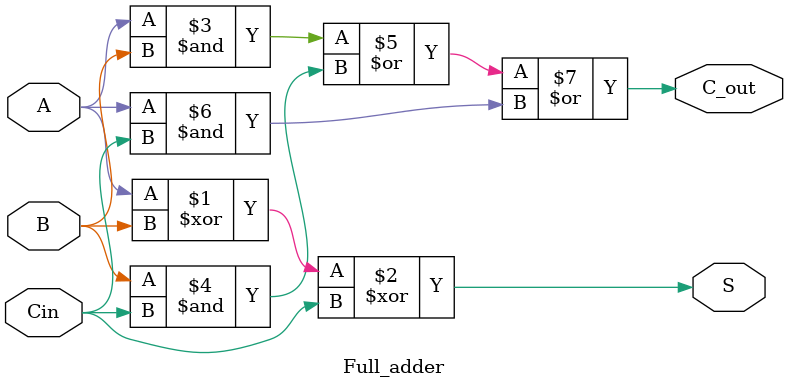
<source format=v>
`timescale 1ns / 1ps


module Full_adder(
input A, B, Cin,
output S, C_out
    );
    assign S = A ^B ^ Cin;
    assign C_out = (A & B ) | ( B & Cin) | (A & Cin);
endmodule

</source>
